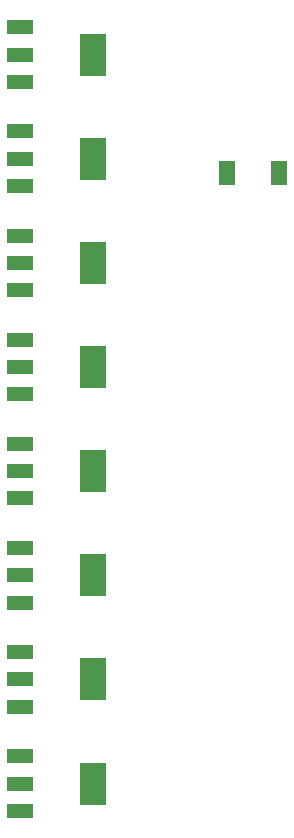
<source format=gbp>
G04 #@! TF.GenerationSoftware,KiCad,Pcbnew,5.1.5-52549c5~84~ubuntu18.04.1*
G04 #@! TF.CreationDate,2020-03-28T20:03:14+01:00*
G04 #@! TF.ProjectId,Speeduino_base,53706565-6475-4696-9e6f-5f626173652e,rev?*
G04 #@! TF.SameCoordinates,Original*
G04 #@! TF.FileFunction,Paste,Bot*
G04 #@! TF.FilePolarity,Positive*
%FSLAX46Y46*%
G04 Gerber Fmt 4.6, Leading zero omitted, Abs format (unit mm)*
G04 Created by KiCad (PCBNEW 5.1.5-52549c5~84~ubuntu18.04.1) date 2020-03-28 20:03:14*
%MOMM*%
%LPD*%
G04 APERTURE LIST*
%ADD10R,1.400000X2.100000*%
%ADD11R,2.200000X3.600000*%
%ADD12R,2.235200X1.219200*%
G04 APERTURE END LIST*
D10*
X209759000Y-43815000D03*
X205359000Y-43815000D03*
D11*
X194056000Y-69051712D03*
D12*
X187858200Y-66740312D03*
X187858200Y-69051712D03*
X187858200Y-71363112D03*
D11*
X194056000Y-33782000D03*
D12*
X187858200Y-31470600D03*
X187858200Y-33782000D03*
X187858200Y-36093400D03*
D11*
X194056000Y-51416856D03*
D12*
X187858200Y-49105456D03*
X187858200Y-51416856D03*
X187858200Y-53728256D03*
D11*
X194056000Y-42599428D03*
D12*
X187858200Y-40288028D03*
X187858200Y-42599428D03*
X187858200Y-44910828D03*
D11*
X194056000Y-60234284D03*
D12*
X187858200Y-57922884D03*
X187858200Y-60234284D03*
X187858200Y-62545684D03*
D11*
X194056000Y-95504000D03*
D12*
X187858200Y-93192600D03*
X187858200Y-95504000D03*
X187858200Y-97815400D03*
D11*
X194056000Y-86686568D03*
D12*
X187858200Y-84375168D03*
X187858200Y-86686568D03*
X187858200Y-88997968D03*
D11*
X194056000Y-77869140D03*
D12*
X187858200Y-75557740D03*
X187858200Y-77869140D03*
X187858200Y-80180540D03*
M02*

</source>
